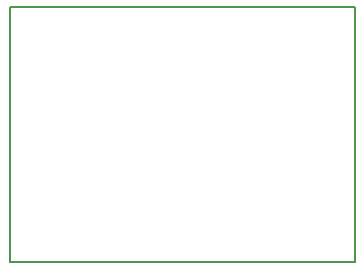
<source format=gbr>
G04 #@! TF.GenerationSoftware,KiCad,Pcbnew,(5.0.0-3-g5ebb6b6)*
G04 #@! TF.CreationDate,2019-03-02T11:42:57+00:00*
G04 #@! TF.ProjectId,WsonBagelBoard,57736F6E426167656C426F6172642E6B,rev?*
G04 #@! TF.SameCoordinates,Original*
G04 #@! TF.FileFunction,Profile,NP*
%FSLAX46Y46*%
G04 Gerber Fmt 4.6, Leading zero omitted, Abs format (unit mm)*
G04 Created by KiCad (PCBNEW (5.0.0-3-g5ebb6b6)) date Saturday, 02 March 2019 at 11:42:57*
%MOMM*%
%LPD*%
G01*
G04 APERTURE LIST*
%ADD10C,0.150000*%
G04 APERTURE END LIST*
D10*
X127000000Y-51435000D02*
X97790000Y-51435000D01*
X127000000Y-73025000D02*
X127000000Y-51435000D01*
X97790000Y-73025000D02*
X127000000Y-73025000D01*
X97790000Y-51435000D02*
X97790000Y-73025000D01*
M02*

</source>
